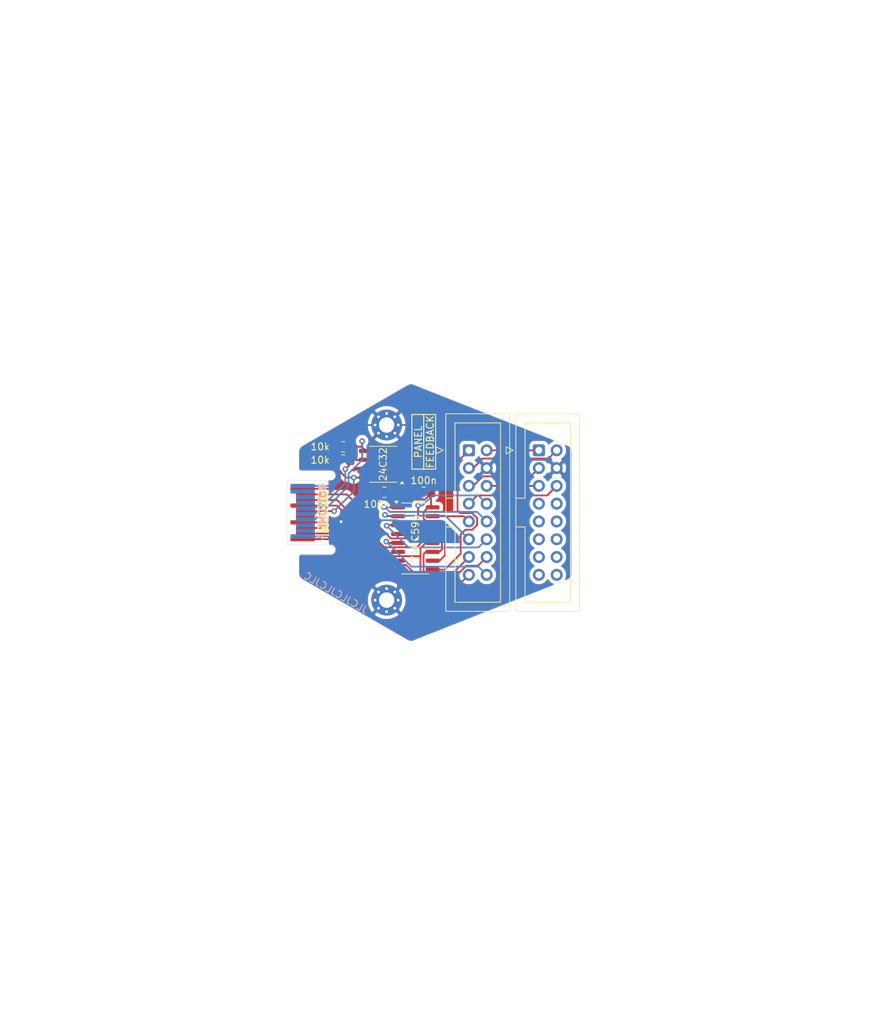
<source format=kicad_pcb>
(kicad_pcb (version 20240108) (generator "pcbnew") (generator_version "8.0")
  (layers (0 "F.Cu" signal) (31 "B.Cu" signal) (34 "B.Paste" user) (35 "F.Paste" user) (36 "B.SilkS" user "B.Silkscreen") (37 "F.SilkS" user "F.Silkscreen") (38 "B.Mask" user) (39 "F.Mask" user) (44 "Edge.Cuts" user))
  (net 0 "")
  (net 1 "GND")
  (net 2 "/LS_A")
  (net 3 "/LS_B")
  (net 4 "/SDA")
  (net 5 "/SCL")
  (net 6 "/LS_C")
  (net 7 "/LS_D")
  (net 8 "/LS_E")
  (net 9 "/LAT")
  (net 10 "/CLK")
  (net 11 "/3V3")
  (net 12 "/DAT")
  (net 13 "/OE")
  (net 14 "/B")
  (net 15 "/R1")
  (net 16 "/B1")
  (net 17 "/A")
  (net 18 "/G1")
  (net 19 "/D")
  (net 20 "/C")
  (net 21 "/G2")
  (net 22 "/E")
  (net 23 "/R2")
  (net 24 "/B2")
  (net 25 "/E'")
  (net 31 "/R3")
  (footprint "Resistor_SMD:R_0805_2012Metric_Pad1.20x1.40mm_HandSolder" (layer "F.Cu") (at 106.3 90.6)
    (property "Reference" "R1" (hide yes))
    (property "Value" "10k" (at -3.3 0 0) (layer "F.SilkS"))
    (fp_line (start -0.227064 -0.735) (end 0.227064 -0.735) (stroke (width 0.12)) (layer "F.SilkS"))
    (fp_line (start -0.227064 0.735) (end 0.227064 0.735) (stroke (width 0.12)) (layer "F.SilkS"))
    (pad "1" smd roundrect (at -1 0) (size 1.2 1.4) (layers "F.Cu" "F.Paste" "F.Mask") (roundrect_rratio 0.208333) (net 11 "/3V3"))
    (pad "2" smd roundrect (at 1 0) (size 1.2 1.4) (layers "F.Cu" "F.Paste" "F.Mask") (roundrect_rratio 0.208333) (net 4 "/SDA"))
  )
  (footprint "tildagon:hexpansion-edge-connector" (layer "F.Cu") (at 98.25 100)
    (property "Reference" "J1" (hide yes))
    (property "Value" "Hexpansion-Connector" (hide yes))
    (fp_line (start 0 4.4) (end 0 -4.4) (stroke (width 0.05)) (layer "Edge.Cuts"))
    (fp_line (start 6.25 -6) (end 2 -6) (stroke (width 0.05)) (layer "Edge.Cuts"))
    (fp_line (start 6.25 -4.6) (end 0.2 -4.6) (stroke (width 0.05)) (layer "Edge.Cuts"))
    (fp_line (start 6.25 4.6) (end 0.2 4.6) (stroke (width 0.05)) (layer "Edge.Cuts"))
    (fp_line (start 6.25 6) (end 2 6) (stroke (width 0.05)) (layer "Edge.Cuts"))
    (fp_arc (start 0 -4.4) (mid 0.058579 -4.541421) (end 0.2 -4.6) (stroke (width 0.05)) (layer "Edge.Cuts"))
    (fp_arc (start 0.2 4.6) (mid 0.058579 4.541421) (end 0 4.4) (stroke (width 0.05)) (layer "Edge.Cuts"))
    (fp_arc (start 6.25 -6) (mid 6.744975 -5.794975) (end 6.95 -5.3) (stroke (width 0.05)) (layer "Edge.Cuts"))
    (fp_arc (start 6.25 4.6) (mid 6.744975 4.805025) (end 6.95 5.3) (stroke (width 0.05)) (layer "Edge.Cuts"))
    (fp_arc (start 6.95 -5.3) (mid 6.744975 -4.805025) (end 6.25 -4.6) (stroke (width 0.05)) (layer "Edge.Cuts"))
    (fp_arc (start 6.95 5.3) (mid 6.744975 5.794975) (end 6.25 6) (stroke (width 0.05)) (layer "Edge.Cuts"))
    (fp_text user "BOTTOM!" (at 5.7 -4.3 90) (layer "B.SilkS") (effects (font (thickness 0.25) (bold yes)) (justify left bottom mirror)))
    (fp_text user "1" (at 5.2 3.05 90) (layer "B.SilkS") (effects (font (size 0.8 0.8) (thickness 0.2) (bold yes)) (justify left bottom mirror)))
    (fp_text user "^ TOP ^" (at 5.8 2.85 90) (layer "F.SilkS" knockout) (effects (font (thickness 0.25) (bold yes)) (justify left bottom)))
    (pad "1" smd roundrect (at 2.25 3.4) (size 3.5 0.6) (layers "B.Cu" "B.Mask") (net 1 "GND"))
    (pad "2" smd roundrect (at 2.65 2.6) (size 2.7 0.6) (layers "B.Cu" "B.Mask") (net 2 "/LS_A"))
    (pad "3" smd roundrect (at 2.65 1.8) (size 2.7 0.6) (layers "B.Cu" "B.Mask") (net 3 "/LS_B"))
    (pad "4" smd roundrect (at 2.65 1) (size 2.7 0.6) (layers "B.Cu" "B.Mask") (net 4 "/SDA"))
    (pad "5" smd roundrect (at 2.65 0.2) (size 2.7 0.6) (layers "B.Cu" "B.Mask") (net 5 "/SCL"))
    (pad "6" smd roundrect (at 2.65 -0.6) (size 2.7 0.6) (layers "B.Cu" "B.Mask") (net 1 "GND"))
    (pad "7" smd roundrect (at 2.65 -1.4) (size 2.7 0.6) (layers "B.Cu" "B.Mask") (net 6 "/LS_C"))
    (pad "8" smd roundrect (at 2.65 -2.2) (size 2.7 0.6) (layers "B.Cu" "B.Mask") (net 7 "/LS_D"))
    (pad "9" smd roundrect (at 2.25 -3) (size 3.5 0.6) (layers "B.Cu" "B.Mask") (net 8 "/LS_E"))
    (pad "10" smd roundrect (at 2.25 -3.8) (size 3.5 0.6) (layers "B.Cu" "B.Mask") (net 1 "GND"))
    (pad "11" smd roundrect (at 2.25 -3.4 180) (size 3.5 0.6) (layers "F.Cu" "F.Mask") (net 1 "GND"))
    (pad "12" smd roundrect (at 2.65 -2.6 180) (size 2.7 0.6) (layers "F.Cu" "F.Mask") (net 12 "/DAT"))
    (pad "13" smd roundrect (at 2.65 -1.8 180) (size 2.7 0.6) (layers "F.Cu" "F.Mask") (net 10 "/CLK"))
    (pad "14" smd roundrect (at 2.25 -1 180) (size 3.5 0.6) (layers "F.Cu" "F.Mask") (net 1 "GND"))
    (pad "15" smd roundrect (at 2.65 -0.2 180) (size 2.7 0.6) (layers "F.Cu" "F.Mask") (net 11 "/3V3"))
    (pad "16" smd roundrect (at 2.65 0.6 180) (size 2.7 0.6) (layers "F.Cu" "F.Mask") (net 11 "/3V3"))
    (pad "17" smd roundrect (at 2.25 1.4 180) (size 3.5 0.6) (layers "F.Cu" "F.Mask") (net 1 "GND"))
    (pad "18" smd roundrect (at 2.65 2.2 180) (size 2.7 0.6) (layers "F.Cu" "F.Mask") (net 9 "/LAT"))
    (pad "19" smd roundrect (at 2.65 3 180) (size 2.7 0.6) (layers "F.Cu" "F.Mask") (net 13 "/OE"))
    (pad "20" smd roundrect (at 2.25 3.8 180) (size 3.5 0.6) (layers "F.Cu" "F.Mask") (net 1 "GND"))
  )
  (footprint "Resistor_SMD:R_0805_2012Metric_Pad1.20x1.40mm_HandSolder" (layer "F.Cu") (at 106.3 92.5)
    (property "Reference" "R2" (hide yes))
    (property "Value" "10k" (at -3.3 0 0) (layer "F.SilkS"))
    (fp_line (start -0.227064 -0.735) (end 0.227064 -0.735) (stroke (width 0.12)) (layer "F.SilkS"))
    (fp_line (start -0.227064 0.735) (end 0.227064 0.735) (stroke (width 0.12)) (layer "F.SilkS"))
    (pad "1" smd roundrect (at -1 0) (size 1.2 1.4) (layers "F.Cu" "F.Paste" "F.Mask") (roundrect_rratio 0.208333) (net 11 "/3V3"))
    (pad "2" smd roundrect (at 1 0) (size 1.2 1.4) (layers "F.Cu" "F.Paste" "F.Mask") (roundrect_rratio 0.208333) (net 5 "/SCL"))
  )
  (footprint "MountingHole:MountingHole_2.2mm_M2_Pad_Via" (layer "F.Cu") (at 112.5 87.5)
    (property "Reference" "H2" (hide yes))
    (property "Value" "MountingHole_Pad" (hide yes))
    (pad "1" thru_hole circle (at -1.65 0) (size 0.7 0.7) (drill 0.4) (layers "*.Cu" "*.Mask") (net 1 "GND"))
    (pad "1" thru_hole circle (at -1.166726 -1.166726) (size 0.7 0.7) (drill 0.4) (layers "*.Cu" "*.Mask") (net 1 "GND"))
    (pad "1" thru_hole circle (at -1.166726 1.166726) (size 0.7 0.7) (drill 0.4) (layers "*.Cu" "*.Mask") (net 1 "GND"))
    (pad "1" thru_hole circle (at 0 -1.65) (size 0.7 0.7) (drill 0.4) (layers "*.Cu" "*.Mask") (net 1 "GND"))
    (pad "1" thru_hole circle (at 0 0) (size 4.4 4.4) (drill 2.2) (layers "*.Cu" "*.Mask") (net 1 "GND"))
    (pad "1" thru_hole circle (at 0 1.65) (size 0.7 0.7) (drill 0.4) (layers "*.Cu" "*.Mask") (net 1 "GND"))
    (pad "1" thru_hole circle (at 1.166726 -1.166726) (size 0.7 0.7) (drill 0.4) (layers "*.Cu" "*.Mask") (net 1 "GND"))
    (pad "1" thru_hole circle (at 1.166726 1.166726) (size 0.7 0.7) (drill 0.4) (layers "*.Cu" "*.Mask") (net 1 "GND"))
    (pad "1" thru_hole circle (at 1.65 0) (size 0.7 0.7) (drill 0.4) (layers "*.Cu" "*.Mask") (net 1 "GND"))
  )
  (footprint "Connector_IDC:IDC-Header_2x08_P2.54mm_Vertical" (layer "F.Cu") (at 134.2475 91.11)
    (property "Reference" "J3" (hide yes))
    (property "Value" "HUB75" (hide yes))
    (fp_line (start -4.68 -0.5) (end -4.68 0.5) (stroke (width 0.12)) (layer "F.SilkS"))
    (fp_line (start -4.68 0.5) (end -3.68 0) (stroke (width 0.12)) (layer "F.SilkS"))
    (fp_line (start -3.68 0) (end -4.68 -0.5) (stroke (width 0.12)) (layer "F.SilkS"))
    (fp_line (start -3.29 -5.21) (end 5.83 -5.21) (stroke (width 0.12)) (layer "F.SilkS"))
    (fp_line (start -3.29 6.84) (end -1.98 6.84) (stroke (width 0.12)) (layer "F.SilkS"))
    (fp_line (start -3.29 22.99) (end -3.29 -5.21) (stroke (width 0.12)) (layer "F.SilkS"))
    (fp_line (start -1.98 -3.91) (end 4.52 -3.91) (stroke (width 0.12)) (layer "F.SilkS"))
    (fp_line (start -1.98 6.84) (end -1.98 -3.91) (stroke (width 0.12)) (layer "F.SilkS"))
    (fp_line (start -1.98 10.94) (end -3.29 10.94) (stroke (width 0.12)) (layer "F.SilkS"))
    (fp_line (start -1.98 10.94) (end -1.98 10.94) (stroke (width 0.12)) (layer "F.SilkS"))
    (fp_line (start -1.98 21.69) (end -1.98 10.94) (stroke (width 0.12)) (layer "F.SilkS"))
    (fp_line (start 4.52 -3.91) (end 4.52 21.69) (stroke (width 0.12)) (layer "F.SilkS"))
    (fp_line (start 4.52 21.69) (end -1.98 21.69) (stroke (width 0.12)) (layer "F.SilkS"))
    (fp_line (start 5.83 -5.21) (end 5.83 22.99) (stroke (width 0.12)) (layer "F.SilkS"))
    (fp_line (start 5.83 22.99) (end -3.29 22.99) (stroke (width 0.12)) (layer "F.SilkS"))
    (pad "1" thru_hole roundrect (at 0 0) (size 1.7 1.7) (drill 1) (layers "*.Cu" "*.Mask") (roundrect_rratio 0.147059) (net 18 "/G1"))
    (pad "2" thru_hole circle (at 2.54 0) (size 1.7 1.7) (drill 1) (layers "*.Cu" "*.Mask") (net 16 "/B1"))
    (pad "3" thru_hole circle (at 0 2.54) (size 1.7 1.7) (drill 1) (layers "*.Cu" "*.Mask") (net 23 "/R2"))
    (pad "4" thru_hole circle (at 2.54 2.54) (size 1.7 1.7) (drill 1) (layers "*.Cu" "*.Mask") (net 1 "GND"))
    (pad "5" thru_hole circle (at 0 5.08) (size 1.7 1.7) (drill 1) (layers "*.Cu" "*.Mask") (net 21 "/G2"))
    (pad "6" thru_hole circle (at 2.54 5.08) (size 1.7 1.7) (drill 1) (layers "*.Cu" "*.Mask") (net 24 "/B2"))
    (pad "7" thru_hole circle (at 0 7.62) (size 1.7 1.7) (drill 1) (layers "*.Cu" "*.Mask") (net 31 "/R3"))
    (pad "8" thru_hole circle (at 2.54 7.62) (size 1.7 1.7) (drill 1) (layers "*.Cu" "*.Mask"))
    (pad "9" thru_hole circle (at 0 10.16) (size 1.7 1.7) (drill 1) (layers "*.Cu" "*.Mask"))
    (pad "10" thru_hole circle (at 2.54 10.16) (size 1.7 1.7) (drill 1) (layers "*.Cu" "*.Mask"))
    (pad "11" thru_hole circle (at 0 12.7) (size 1.7 1.7) (drill 1) (layers "*.Cu" "*.Mask"))
    (pad "12" thru_hole circle (at 2.54 12.7) (size 1.7 1.7) (drill 1) (layers "*.Cu" "*.Mask"))
    (pad "13" thru_hole circle (at 0 15.24) (size 1.7 1.7) (drill 1) (layers "*.Cu" "*.Mask"))
    (pad "14" thru_hole circle (at 2.54 15.24) (size 1.7 1.7) (drill 1) (layers "*.Cu" "*.Mask"))
    (pad "15" thru_hole circle (at 0 17.78) (size 1.7 1.7) (drill 1) (layers "*.Cu" "*.Mask"))
    (pad "16" thru_hole circle (at 2.54 17.78) (size 1.7 1.7) (drill 1) (layers "*.Cu" "*.Mask"))
  )
  (footprint "Capacitor_SMD:C_0805_2012Metric_Pad1.18x1.45mm_HandSolder" (layer "F.Cu") (at 112.2 97.1)
    (property "Reference" "C1" (hide yes))
    (property "Value" "100n" (at -1.1 1.7 0) (layer "F.SilkS"))
    (fp_line (start -0.261252 -0.735) (end 0.261252 -0.735) (stroke (width 0.12)) (layer "F.SilkS"))
    (fp_line (start -0.261252 0.735) (end 0.261252 0.735) (stroke (width 0.12)) (layer "F.SilkS"))
    (pad "1" smd roundrect (at -1.0375 0) (size 1.175 1.45) (layers "F.Cu" "F.Paste" "F.Mask") (roundrect_rratio 0.212766) (net 11 "/3V3"))
    (pad "2" smd roundrect (at 1.0375 0) (size 1.175 1.45) (layers "F.Cu" "F.Paste" "F.Mask") (roundrect_rratio 0.212766) (net 1 "GND"))
  )
  (footprint "Package_SO:SOIC-16_3.9x9.9mm_P1.27mm" (layer "F.Cu") (at 116.6 103.7)
    (property "Reference" "U2" (hide yes))
    (property "Value" "74HC595" (at 0 0 90) (layer "F.SilkS"))
    (fp_line (start 0 -5.06) (end -1.95 -5.06) (stroke (width 0.12)) (layer "F.SilkS"))
    (fp_line (start 0 -5.06) (end 1.95 -5.06) (stroke (width 0.12)) (layer "F.SilkS"))
    (fp_line (start 0 5.06) (end -1.95 5.06) (stroke (width 0.12)) (layer "F.SilkS"))
    (fp_line (start 0 5.06) (end 1.95 5.06) (stroke (width 0.12)) (layer "F.SilkS"))
    (fp_poly (pts (xy -2.7 -5.005) (xy -2.94 -5.335) (xy -2.46 -5.335) (xy -2.7 -5.005)) (stroke (width 0.12)) (fill solid) (layer "F.SilkS"))
    (pad "1" smd roundrect (at -2.475 -4.445) (size 1.95 0.6) (layers "F.Cu" "F.Paste" "F.Mask") (net 14 "/B"))
    (pad "2" smd roundrect (at -2.475 -3.175) (size 1.95 0.6) (layers "F.Cu" "F.Paste" "F.Mask") (net 20 "/C"))
    (pad "3" smd roundrect (at -2.475 -1.905) (size 1.95 0.6) (layers "F.Cu" "F.Paste" "F.Mask") (net 19 "/D"))
    (pad "4" smd roundrect (at -2.475 -0.635) (size 1.95 0.6) (layers "F.Cu" "F.Paste" "F.Mask") (net 22 "/E"))
    (pad "5" smd roundrect (at -2.475 0.635) (size 1.95 0.6) (layers "F.Cu" "F.Paste" "F.Mask") (net 25 "/E'"))
    (pad "6" smd roundrect (at -2.475 1.905) (size 1.95 0.6) (layers "F.Cu" "F.Paste" "F.Mask"))
    (pad "7" smd roundrect (at -2.475 3.175) (size 1.95 0.6) (layers "F.Cu" "F.Paste" "F.Mask"))
    (pad "8" smd roundrect (at -2.475 4.445) (size 1.95 0.6) (layers "F.Cu" "F.Paste" "F.Mask") (net 1 "GND"))
    (pad "9" smd roundrect (at 2.475 4.445) (size 1.95 0.6) (layers "F.Cu" "F.Paste" "F.Mask") (net 15 "/R1"))
    (pad "10" smd roundrect (at 2.475 3.175) (size 1.95 0.6) (layers "F.Cu" "F.Paste" "F.Mask") (net 11 "/3V3"))
    (pad "11" smd roundrect (at 2.475 1.905) (size 1.95 0.6) (layers "F.Cu" "F.Paste" "F.Mask") (net 10 "/CLK"))
    (pad "12" smd roundrect (at 2.475 0.635) (size 1.95 0.6) (layers "F.Cu" "F.Paste" "F.Mask") (net 9 "/LAT"))
    (pad "13" smd roundrect (at 2.475 -0.635) (size 1.95 0.6) (layers "F.Cu" "F.Paste" "F.Mask") (net 1 "GND"))
    (pad "14" smd roundrect (at 2.475 -1.905) (size 1.95 0.6) (layers "F.Cu" "F.Paste" "F.Mask") (net 12 "/DAT"))
    (pad "15" smd roundrect (at 2.475 -3.175) (size 1.95 0.6) (layers "F.Cu" "F.Paste" "F.Mask") (net 17 "/A"))
    (pad "16" smd roundrect (at 2.475 -4.445) (size 1.95 0.6) (layers "F.Cu" "F.Paste" "F.Mask") (net 11 "/3V3"))
  )
  (footprint "Package_SO:SOIC-8_3.9x4.9mm_P1.27mm" (layer "F.Cu") (at 112 93.1 180)
    (property "Reference" "U1" (hide yes))
    (property "Value" "24C32" (at 0 0 -90) (layer "F.SilkS"))
    (fp_line (start 0 2.56) (end 1.95 2.56) (stroke (width 0.12)) (layer "F.SilkS"))
    (fp_line (start 0 2.56) (end -1.95 2.56) (stroke (width 0.12)) (layer "F.SilkS"))
    (fp_line (start 0 -2.56) (end 1.95 -2.56) (stroke (width 0.12)) (layer "F.SilkS"))
    (fp_line (start 0 -2.56) (end -1.95 -2.56) (stroke (width 0.12)) (layer "F.SilkS"))
    (fp_poly (pts (xy -2.7 -2.465) (xy -2.94 -2.795) (xy -2.46 -2.795) (xy -2.7 -2.465)) (stroke (width 0.12)) (fill solid) (layer "F.SilkS"))
    (pad "1" smd roundrect (at -2.475 -1.905 180) (size 1.95 0.6) (layers "F.Cu" "F.Paste" "F.Mask") (net 1 "GND"))
    (pad "2" smd roundrect (at -2.475 -0.635 180) (size 1.95 0.6) (layers "F.Cu" "F.Paste" "F.Mask") (net 1 "GND"))
    (pad "3" smd roundrect (at -2.475 0.635 180) (size 1.95 0.6) (layers "F.Cu" "F.Paste" "F.Mask") (net 1 "GND"))
    (pad "4" smd roundrect (at -2.475 1.905 180) (size 1.95 0.6) (layers "F.Cu" "F.Paste" "F.Mask") (net 1 "GND"))
    (pad "5" smd roundrect (at 2.475 1.905 180) (size 1.95 0.6) (layers "F.Cu" "F.Paste" "F.Mask") (net 4 "/SDA"))
    (pad "6" smd roundrect (at 2.475 0.635 180) (size 1.95 0.6) (layers "F.Cu" "F.Paste" "F.Mask") (net 5 "/SCL"))
    (pad "7" smd roundrect (at 2.475 -0.635 180) (size 1.95 0.6) (layers "F.Cu" "F.Paste" "F.Mask") (net 1 "GND"))
    (pad "8" smd roundrect (at 2.475 -1.905 180) (size 1.95 0.6) (layers "F.Cu" "F.Paste" "F.Mask") (net 11 "/3V3"))
  )
  (footprint "Capacitor_SMD:C_0805_2012Metric_Pad1.18x1.45mm_HandSolder" (layer "F.Cu") (at 117.8 97.1 180)
    (property "Reference" "C2" (hide yes))
    (property "Value" "100n" (at 0 1.68 180) (layer "F.SilkS"))
    (fp_line (start -0.261252 0.735) (end 0.261252 0.735) (stroke (width 0.12)) (layer "F.SilkS"))
    (fp_line (start -0.261252 -0.735) (end 0.261252 -0.735) (stroke (width 0.12)) (layer "F.SilkS"))
    (pad "1" smd roundrect (at -1.0375 0 180) (size 1.175 1.45) (layers "F.Cu" "F.Paste" "F.Mask") (roundrect_rratio 0.212766) (net 11 "/3V3"))
    (pad "2" smd roundrect (at 1.0375 0 180) (size 1.175 1.45) (layers "F.Cu" "F.Paste" "F.Mask") (roundrect_rratio 0.212766) (net 1 "GND"))
  )
  (footprint "Connector_IDC:IDC-Header_2x08_P2.54mm_Vertical" (layer "F.Cu") (at 124.2475 91.11)
    (property "Reference" "J2" (hide yes))
    (property "Value" "HUB75" (hide yes))
    (fp_line (start -4.68 -0.5) (end -4.68 0.5) (stroke (width 0.12)) (layer "F.SilkS"))
    (fp_line (start -4.68 0.5) (end -3.68 0) (stroke (width 0.12)) (layer "F.SilkS"))
    (fp_line (start -3.68 0) (end -4.68 -0.5) (stroke (width 0.12)) (layer "F.SilkS"))
    (fp_line (start -3.29 -5.21) (end 5.83 -5.21) (stroke (width 0.12)) (layer "F.SilkS"))
    (fp_line (start -3.29 6.84) (end -1.98 6.84) (stroke (width 0.12)) (layer "F.SilkS"))
    (fp_line (start -3.29 22.99) (end -3.29 -5.21) (stroke (width 0.12)) (layer "F.SilkS"))
    (fp_line (start -1.98 -3.91) (end 4.52 -3.91) (stroke (width 0.12)) (layer "F.SilkS"))
    (fp_line (start -1.98 6.84) (end -1.98 -3.91) (stroke (width 0.12)) (layer "F.SilkS"))
    (fp_line (start -1.98 10.94) (end -3.29 10.94) (stroke (width 0.12)) (layer "F.SilkS"))
    (fp_line (start -1.98 10.94) (end -1.98 10.94) (stroke (width 0.12)) (layer "F.SilkS"))
    (fp_line (start -1.98 21.69) (end -1.98 10.94) (stroke (width 0.12)) (layer "F.SilkS"))
    (fp_line (start 4.52 -3.91) (end 4.52 21.69) (stroke (width 0.12)) (layer "F.SilkS"))
    (fp_line (start 4.52 21.69) (end -1.98 21.69) (stroke (width 0.12)) (layer "F.SilkS"))
    (fp_line (start 5.83 -5.21) (end 5.83 22.99) (stroke (width 0.12)) (layer "F.SilkS"))
    (fp_line (start 5.83 22.99) (end -3.29 22.99) (stroke (width 0.12)) (layer "F.SilkS"))
    (pad "1" thru_hole roundrect (at 0 0) (size 1.7 1.7) (drill 1) (layers "*.Cu" "*.Mask") (roundrect_rratio 0.147059) (net 15 "/R1"))
    (pad "2" thru_hole circle (at 2.54 0) (size 1.7 1.7) (drill 1) (layers "*.Cu" "*.Mask") (net 18 "/G1"))
    (pad "3" thru_hole circle (at 0 2.54) (size 1.7 1.7) (drill 1) (layers "*.Cu" "*.Mask") (net 16 "/B1"))
    (pad "4" thru_hole circle (at 2.54 2.54) (size 1.7 1.7) (drill 1) (layers "*.Cu" "*.Mask") (net 1 "GND"))
    (pad "5" thru_hole circle (at 0 5.08) (size 1.7 1.7) (drill 1) (layers "*.Cu" "*.Mask") (net 23 "/R2"))
    (pad "6" thru_hole circle (at 2.54 5.08) (size 1.7 1.7) (drill 1) (layers "*.Cu" "*.Mask") (net 21 "/G2"))
    (pad "7" thru_hole circle (at 0 7.62) (size 1.7 1.7) (drill 1) (layers "*.Cu" "*.Mask") (net 24 "/B2"))
    (pad "8" thru_hole circle (at 2.54 7.62) (size 1.7 1.7) (drill 1) (layers "*.Cu" "*.Mask") (net 22 "/E"))
    (pad "9" thru_hole circle (at 0 10.16) (size 1.7 1.7) (drill 1) (layers "*.Cu" "*.Mask") (net 17 "/A"))
    (pad "10" thru_hole circle (at 2.54 10.16) (size 1.7 1.7) (drill 1) (layers "*.Cu" "*.Mask") (net 14 "/B"))
    (pad "11" thru_hole circle (at 0 12.7) (size 1.7 1.7) (drill 1) (layers "*.Cu" "*.Mask") (net 20 "/C"))
    (pad "12" thru_hole circle (at 2.54 12.7) (size 1.7 1.7) (drill 1) (layers "*.Cu" "*.Mask") (net 19 "/D"))
    (pad "13" thru_hole circle (at 0 15.24) (size 1.7 1.7) (drill 1) (layers "*.Cu" "*.Mask") (net 10 "/CLK"))
    (pad "14" thru_hole circle (at 2.54 15.24) (size 1.7 1.7) (drill 1) (layers "*.Cu" "*.Mask") (net 9 "/LAT"))
    (pad "15" thru_hole circle (at 0 17.78) (size 1.7 1.7) (drill 1) (layers "*.Cu" "*.Mask") (net 13 "/OE"))
    (pad "16" thru_hole circle (at 2.54 17.78) (size 1.7 1.7) (drill 1) (layers "*.Cu" "*.Mask") (net 25 "/E'"))
  )
  (footprint "MountingHole:MountingHole_2.2mm_M2_Pad_Via" (layer "F.Cu") (at 112.5 112.5)
    (property "Reference" "H1" (hide yes))
    (property "Value" "MountingHole_Pad" (hide yes))
    (pad "1" thru_hole circle (at -1.65 0) (size 0.7 0.7) (drill 0.4) (layers "*.Cu" "*.Mask") (net 1 "GND"))
    (pad "1" thru_hole circle (at -1.166726 -1.166726) (size 0.7 0.7) (drill 0.4) (layers "*.Cu" "*.Mask") (net 1 "GND"))
    (pad "1" thru_hole circle (at -1.166726 1.166726) (size 0.7 0.7) (drill 0.4) (layers "*.Cu" "*.Mask") (net 1 "GND"))
    (pad "1" thru_hole circle (at 0 -1.65) (size 0.7 0.7) (drill 0.4) (layers "*.Cu" "*.Mask") (net 1 "GND"))
    (pad "1" thru_hole circle (at 0 0) (size 4.4 4.4) (drill 2.2) (layers "*.Cu" "*.Mask") (net 1 "GND"))
    (pad "1" thru_hole circle (at 0 1.65) (size 0.7 0.7) (drill 0.4) (layers "*.Cu" "*.Mask") (net 1 "GND"))
    (pad "1" thru_hole circle (at 1.166726 -1.166726) (size 0.7 0.7) (drill 0.4) (layers "*.Cu" "*.Mask") (net 1 "GND"))
    (pad "1" thru_hole circle (at 1.166726 1.166726) (size 0.7 0.7) (drill 0.4) (layers "*.Cu" "*.Mask") (net 1 "GND"))
    (pad "1" thru_hole circle (at 1.65 0) (size 0.7 0.7) (drill 0.4) (layers "*.Cu" "*.Mask") (net 1 "GND"))
  )
  (gr_rect (start 117.8 86) (end 119.5 93.8) (stroke (width 0.15)) (fill none) (layer "F.SilkS"))
  (gr_rect (start 116.1 86) (end 117.8 93.8) (stroke (width 0.15)) (fill none) (layer "F.SilkS"))
  (gr_line (start 100.5 90.473725) (end 115.499995 81.813472) (stroke (width 0.05)) (layer "Edge.Cuts"))
  (gr_arc (start 138.4 90.473725) (mid 138.76601 90.839753) (end 138.9 91.33975) (stroke (width 0.05)) (layer "Edge.Cuts"))
  (gr_arc (start 100.25 94) (mid 100.073223 93.926777) (end 100 93.75) (stroke (width 0.1)) (layer "Edge.Cuts"))
  (gr_arc (start 115.499995 81.813472) (mid 115.999995 81.679497) (end 116.499995 81.813472) (stroke (width 0.05)) (layer "Edge.Cuts"))
  (gr_line (start 100.5 109.526269) (end 115.499995 118.186522) (stroke (width 0.05)) (layer "Edge.Cuts"))
  (gr_line (start 138.9 91.33975) (end 138.9 108.660243) (stroke (width 0.05)) (layer "Edge.Cuts"))
  (gr_line (start 100 93.75) (end 100 91.33975) (stroke (width 0.05)) (layer "Edge.Cuts"))
  (gr_arc (start 100 91.33975) (mid 100.133975 90.83975) (end 100.5 90.473725) (stroke (width 0.05)) (layer "Edge.Cuts"))
  (gr_line (start 100 106.25) (end 100 108.660243) (stroke (width 0.05)) (layer "Edge.Cuts"))
  (gr_line (start 116.499995 81.813472) (end 138.4 90.473725) (stroke (width 0.05)) (layer "Edge.Cuts"))
  (gr_arc (start 100 106.25) (mid 100.073223 106.073223) (end 100.25 106) (stroke (width 0.1)) (layer "Edge.Cuts"))
  (gr_arc (start 100.5 109.526269) (mid 100.133975 109.160243) (end 100 108.660243) (stroke (width 0.05)) (layer "Edge.Cuts"))
  (gr_arc (start 138.9 108.660243) (mid 138.766008 109.160227) (end 138.4 109.526269) (stroke (width 0.05)) (layer "Edge.Cuts"))
  (gr_arc (start 116.499995 118.186522) (mid 115.999995 118.320497) (end 115.499995 118.186522) (stroke (width 0.05)) (layer "Edge.Cuts"))
  (gr_line (start 116.499995 118.186522) (end 138.4 109.526269) (stroke (width 0.05)) (layer "Edge.Cuts"))
  (gr_text "JLCJLCJLCJLC" (at 109.5 114.6 330) (layer "B.SilkS") (effects (font (size 1 1)) (justify left bottom mirror)))
  (gr_text "FEEDBACK" (at 119.3 89.9 90) (layer "F.SilkS") (effects (font (size 1 1)) (justify bottom)))
  (gr_text "PANEL" (at 117.6 89.9 90) (layer "F.SilkS") (effects (font (size 1 1)) (justify bottom)))
  (segment (start 108.845 108.145) (end 114.125 108.145) (width 0.25) (layer "F.Cu") (net 1))
  (segment (start 100.5 101.4) (end 105.9 101.4) (width 0.25) (layer "F.Cu") (net 1))
  (segment (start 114.475 97.1) (end 114.475 95.005) (width 0.25) (layer "F.Cu") (net 1))
  (segment (start 105.5 94.332412) (end 105.5 95.6) (width 0.25) (layer "F.Cu") (net 1))
  (segment (start 103.4 92.232412) (end 105.5 94.332412) (width 0.25) (layer "F.Cu") (net 1))
  (segment (start 113.2375 97.1) (end 114.475 97.1) (width 0.25) (layer "F.Cu") (net 1))
  (segment (start 105.5 95.6) (end 104.5 96.6) (width 0.25) (layer "F.Cu") (net 1))
  (segment (start 119.075 103.065) (end 117.535 103.065) (width 0.25) (layer "F.Cu") (net 1))
  (segment (start 114.475 93.735) (end 109.525 93.735) (width 0.25) (layer "F.Cu") (net 1))
  (segment (start 103.4 90.673223) (end 103.4 92.232412) (width 0.25) (layer "F.Cu") (net 1))
  (segment (start 106 99.6) (end 106 101.3) (width 0.25) (layer "F.Cu") (net 1))
  (segment (start 116.7625 97.1) (end 116.7625 96.5749) (width 0.25) (layer "F.Cu") (net 1))
  (segment (start 105.4 99) (end 106 99.6) (width 0.25) (layer "F.Cu") (net 1))
  (segment (start 100.5 99) (end 105.4 99) (width 0.25) (layer "F.Cu") (net 1))
  (segment (start 100.5 103.8) (end 104.5 103.8) (width 0.25) (layer "F.Cu") (net 1))
  (segment (start 114.475 95.005) (end 116.505 95.005) (width 0.25) (layer "F.Cu") (net 1))
  (segment (start 114.475 91.195) (end 114.475 89.475) (width 0.25) (layer "F.Cu") (net 1))
  (segment (start 106.573223 87.5) (end 103.4 90.673223) (width 0.25) (layer "F.Cu") (net 1))
  (segment (start 116.505 95.005) (end 116.7625 95.2625) (width 0.25) (layer "F.Cu") (net 1))
  (segment (start 104.5 96.6) (end 100.5 96.6) (width 0.25) (layer "F.Cu") (net 1))
  (segment (start 114.475 89.475) (end 112.5 87.5) (width 0.25) (layer "F.Cu") (net 1))
  (segment (start 104.5 103.8) (end 108.845 108.145) (width 0.25) (layer "F.Cu") (net 1))
  (segment (start 114.475 95.005) (end 114.475 91.195) (width 0.25) (layer "F.Cu") (net 1))
  (segment (start 117.535 103.065) (end 116.8 103.8) (width 0.25) (layer "F.Cu") (net 1))
  (segment (start 112.5 87.5) (end 106.573223 87.5) (width 0.25) (layer "F.Cu") (net 1))
  (segment (start 116.7625 95.2625) (end 116.7625 97.1) (width 0.25) (layer "F.Cu") (net 1))
  (segment (start 114.125 110.875) (end 114.125 108.145) (width 0.25) (layer "F.Cu") (net 1))
  (segment (start 105.9 101.4) (end 106 101.3) (width 0.25) (layer "F.Cu") (net 1))
  (segment (start 112.5 112.5) (end 114.125 110.875) (width 0.25) (layer "F.Cu") (net 1))
  (via (at 106 101.3) (size 0.8) (drill 0.4) (layers "F.Cu" "B.Cu") (net 1))
  (via (at 116.8 103.8) (size 0.8) (drill 0.4) (layers "F.Cu" "B.Cu") (net 1))
  (segment (start 129.2 92.475) (end 135.6125 92.475) (width 0.25) (layer "B.Cu") (net 1))
  (segment (start 126.7875 93.65) (end 127.9625 92.475) (width 0.25) (layer "B.Cu") (net 1))
  (segment (start 104.9 96.749999) (end 104.9 96.2) (width 0.25) (layer "B.Cu") (net 1))
  (segment (start 135.6125 92.475) (end 136.7875 93.65) (width 0.25) (layer "B.Cu") (net 1))
  (segment (start 112.5 87.5) (end 128.4 87.5) (width 0.25) (layer "B.Cu") (net 1))
  (segment (start 104.9 96.2) (end 105.7 95.4) (width 0.25) (layer "B.Cu") (net 1))
  (segment (start 114.1 101.1) (end 110.1 101.1) (width 0.25) (layer "B.Cu") (net 1))
  (segment (start 109.388731 87.5) (end 112.5 87.5) (width 0.25) (layer "B.Cu") (net 1))
  (segment (start 110.1 101.3) (end 110.1 107.7) (width 0.25) (layer "B.Cu") (net 1))
  (segment (start 100.9 99.4) (end 102.249999 99.4) (width 0.25) (layer "B.Cu") (net 1))
  (segment (start 129.2 88.3) (end 129.2 92.475) (width 0.25) (layer "B.Cu") (net 1))
  (segment (start 110.1 107.7) (end 110.1 110.1) (width 0.25) (layer "B.Cu") (net 1))
  (segment (start 110.1 110.1) (end 112.5 112.5) (width 0.25) (layer "B.Cu") (net 1))
  (segment (start 108.4 107.7) (end 110.1 107.7) (width 0.25) (layer "B.Cu") (net 1))
  (segment (start 104.1 103.4) (end 108.4 107.7) (width 0.25) (layer "B.Cu") (net 1))
  (segment (start 105.7 91.188731) (end 109.388731 87.5) (width 0.25) (layer "B.Cu") (net 1))
  (segment (start 105.7 95.4) (end 105.7 91.188731) (width 0.25) (layer "B.Cu") (net 1))
  (segment (start 106 101.3) (end 110.1 101.3) (width 0.25) (layer "B.Cu") (net 1))
  (segment (start 100.5 96.2) (end 104.9 96.2) (width 0.25) (layer "B.Cu") (net 1))
  (segment (start 110.1 89.9) (end 110.1 101.1) (width 0.25) (layer "B.Cu") (net 1))
  (segment (start 100.5 103.4) (end 104.1 103.4) (width 0.25) (layer "B.Cu") (net 1))
  (segment (start 110.1 101.1) (end 110.1 101.3) (width 0.25) (layer "B.Cu") (net 1))
  (segment (start 128.4 87.5) (end 129.2 88.3) (width 0.25) (layer "B.Cu") (net 1))
  (segment (start 127.9625 92.475) (end 129.2 92.475) (width 0.25) (layer "B.Cu") (net 1))
  (segment (start 116.8 103.8) (end 114.1 101.1) (width 0.25) (layer "B.Cu") (net 1))
  (segment (start 112.5 87.5) (end 110.1 89.9) (width 0.25) (layer "B.Cu") (net 1))
  (segment (start 102.249999 99.4) (end 104.9 96.749999) (width 0.25) (layer "B.Cu") (net 1))
  (segment (start 107.3 90.6) (end 109.000004 90.6) (width 0.25) (layer "F.Cu") (net 4))
  (segment (start 108.93 90.6) (end 109.525 91.195) (width 0.25) (layer "F.Cu") (net 4))
  (segment (start 107.3 90.6) (end 108.93 90.6) (width 0.25) (layer "F.Cu") (net 4))
  (segment (start 109.000004 90.6) (end 109.000004 89.8) (width 0.25) (layer "F.Cu") (net 4))
  (via (at 109.000004 89.8) (size 0.8) (drill 0.4) (layers "F.Cu" "B.Cu") (net 4))
  (segment (start 109.000004 92.496012) (end 109.000004 89.8) (width 0.25) (layer "B.Cu") (net 4))
  (segment (start 107.05 94.446016) (end 109.000004 92.496012) (width 0.25) (layer "B.Cu") (net 4))
  (segment (start 107.05 96.199999) (end 107.05 94.446016) (width 0.25) (layer "B.Cu") (net 4))
  (segment (start 100.9 101) (end 102.249999 101) (width 0.25) (layer "B.Cu") (net 4))
  (segment (start 102.249999 101) (end 107.05 96.199999) (width 0.25) (layer "B.Cu") (net 4))
  (segment (start 107.3 93.1) (end 106.6 93.8) (width 0.25) (layer "F.Cu") (net 5))
  (segment (start 107.3 92.5) (end 109.49 92.5) (width 0.25) (layer "F.Cu") (net 5))
  (segment (start 107.3 92.5) (end 107.3 93.1) (width 0.25) (layer "F.Cu") (net 5))
  (segment (start 109.49 92.5) (end 109.525 92.465) (width 0.25) (layer "F.Cu") (net 5))
  (via (at 106.6 93.8) (size 0.8) (drill 0.4) (layers "F.Cu" "B.Cu") (net 5))
  (segment (start 106.6 93.8) (end 106.6 95.8) (width 0.25) (layer "B.Cu") (net 5))
  (segment (start 102.2 100.2) (end 100.9 100.2) (width 0.25) (layer "B.Cu") (net 5))
  (segment (start 106.6 95.8) (end 102.2 100.2) (width 0.25) (layer "B.Cu") (net 5))
  (segment (start 100.9 102.2) (end 108.780664 102.2) (width 0.25) (layer "F.Cu") (net 9))
  (segment (start 125.5375 107.6) (end 126.7875 106.35) (width 0.25) (layer "F.Cu") (net 9))
  (segment (start 117.862696 109.22) (end 122.255799 109.22) (width 0.25) (layer "F.Cu") (net 9))
  (segment (start 108.780664 102.2) (end 112.810664 106.23) (width 0.25) (layer "F.Cu") (net 9))
  (segment (start 119.075 104.335) (end 118.100001 104.335) (width 0.25) (layer "F.Cu") (net 9))
  (segment (start 117.325 106) (end 117.325 108.682304) (width 0.25) (layer "F.Cu") (net 9))
  (segment (start 117.325 106.23) (end 117.325 106) (width 0.25) (layer "F.Cu") (net 9))
  (segment (start 118.100001 104.335) (end 117.325 105.110001) (width 0.25) (layer "F.Cu") (net 9))
  (segment (start 112.810664 106.23) (end 117.325 106.23) (width 0.25) (layer "F.Cu") (net 9))
  (segment (start 123.875799 107.6) (end 125.5375 107.6) (width 0.25) (layer "F.Cu") (net 9))
  (segment (start 117.325 108.682304) (end 117.862696 109.22) (width 0.25) (layer "F.Cu") (net 9))
  (segment (start 117.325 105.110001) (end 117.325 106) (width 0.25) (layer "F.Cu") (net 9))
  (segment (start 122.255799 109.22) (end 123.875799 107.6) (width 0.25) (layer "F.Cu") (net 9))
  (segment (start 117.775 108.495908) (end 118.049092 108.77) (width 0.25) (layer "F.Cu") (net 10))
  (segment (start 120.090908 103.7) (end 120.4 104.009092) (width 0.25) (layer "F.Cu") (net 10))
  (segment (start 118.059092 103.7) (end 120.090908 103.7) (width 0.25) (layer "F.Cu") (net 10))
  (segment (start 118.100001 105.605) (end 117.775 105.930001) (width 0.25) (layer "F.Cu") (net 10))
  (segment (start 112.17706 104.96) (end 116.799092 104.96) (width 0.25) (layer "F.Cu") (net 10))
  (segment (start 120.049999 105.605) (end 119.075 105.605) (width 0.25) (layer "F.Cu") (net 10))
  (segment (start 120.4 105.254999) (end 120.049999 105.605) (width 0.25) (layer "F.Cu") (net 10))
  (segment (start 105.41706 98.2) (end 112.17706 104.96) (width 0.25) (layer "F.Cu") (net 10))
  (segment (start 118.049092 108.77) (end 121.8275 108.77) (width 0.25) (layer "F.Cu") (net 10))
  (segment (start 100.9 98.2) (end 105.41706 98.2) (width 0.25) (layer "F.Cu") (net 10))
  (segment (start 120.4 104.009092) (end 120.4 105.254999) (width 0.25) (layer "F.Cu") (net 10))
  (segment (start 121.8275 108.77) (end 124.2475 106.35) (width 0.25) (layer "F.Cu") (net 10))
  (segment (start 119.075 105.605) (end 118.100001 105.605) (width 0.25) (layer "F.Cu") (net 10))
  (segment (start 117.775 105.930001) (end 117.775 108.495908) (width 0.25) (layer "F.Cu") (net 10))
  (segment (start 116.799092 104.96) (end 118.059092 103.7) (width 0.25) (layer "F.Cu") (net 10))
  (segment (start 105.3 92.5) (end 105.3 93.496016) (width 0.25) (layer "F.Cu") (net 11))
  (segment (start 120.100908 101.17) (end 120.85 101.919092) (width 0.25) (layer "F.Cu") (net 11))
  (segment (start 118.8375 97.2625) (end 118.8375 97.1) (width 0.25) (layer "F.Cu") (net 11))
  (segment (start 100.9 99.8) (end 103.1 99.8) (width 0.25) (layer "F.Cu") (net 11))
  (segment (start 112.2125 98.15) (end 117.95 98.15) (width 0.25) (layer "F.Cu") (net 11))
  (segment (start 118.8375 97.1) (end 118.8375 99.0175) (width 0.25) (layer "F.Cu") (net 11))
  (segment (start 111.1625 96.6425) (end 111.1625 97.1) (width 0.25) (layer "F.Cu") (net 11))
  (segment (start 120.85 101.919092) (end 120.85 106.074999) (width 0.25) (layer "F.Cu") (net 11))
  (segment (start 118.8375 99.0175) (end 119.075 99.255) (width 0.25) (layer "F.Cu") (net 11))
  (segment (start 100.9 99.8) (end 100.9 100.6) (width 0.25) (layer "F.Cu") (net 11))
  (segment (start 105.95 94.146016) (end 105.95 94.246016) (width 0.25) (layer "F.Cu") (net 11))
  (segment (start 117.95 98.15) (end 118.8375 97.2625) (width 0.25) (layer "F.Cu") (net 11))
  (segment (start 106.708984 95.005) (end 107.805 95.005) (width 0.25) (layer "F.Cu") (net 11))
  (segment (start 107.895 95.005) (end 109.525 95.005) (width 0.25) (layer "F.Cu") (net 11))
  (segment (start 107.805 95.005) (end 109.525 95.005) (width 0.25) (layer "F.Cu") (net 11))
  (segment (start 118.445 99.255) (end 117.775 99.925) (width 0.25) (layer "F.Cu") (net 11))
  (segment (start 120.85 106.074999) (end 120.049999 106.875) (width 0.25) (layer "F.Cu") (net 11))
  (segment (start 120.049999 106.875) (end 119.075 106.875) (width 0.25) (layer "F.Cu") (net 11))
  (segment (start 105.95 94.246016) (end 106.708984 95.005) (width 0.25) (layer "F.Cu") (net 11))
  (segment (start 117.775 99.925) (end 117.775 100.875908) (width 0.25) (layer "F.Cu") (net 11))
  (segment (start 117.775 100.875908) (end 118.069092 101.17) (width 0.25) (layer "F.Cu") (net 11))
  (segment (start 118.069092 101.17) (end 120.100908 101.17) (width 0.25) (layer "F.Cu") (net 11))
  (segment (start 105.3 93.496016) (end 105.95 94.146016) (width 0.25) (layer "F.Cu") (net 11))
  (segment (start 103.1 99.8) (end 105 99.8) (width 0.25) (layer "F.Cu") (net 11))
  (segment (start 105.3 92.5) (end 105.3 90.6) (width 0.25) (layer "F.Cu") (net 11))
  (segment (start 111.1625 97.1) (end 112.2125 98.15) (width 0.25) (layer "F.Cu") (net 11))
  (segment (start 109.525 95.005) (end 111.1625 96.6425) (width 0.25) (layer "F.Cu") (net 11))
  (segment (start 119.075 99.255) (end 118.445 99.255) (width 0.25) (layer "F.Cu") (net 11))
  (via (at 105 99.8) (size 0.8) (drill 0.4) (layers "F.Cu" "B.Cu") (net 11))
  (via (at 107.805 95.005) (size 0.8) (drill 0.4) (layers "F.Cu" "B.Cu") (net 11))
  (segment (start 105 99.8) (end 107.805 96.995) (width 0.25) (layer "B.Cu") (net 11))
  (segment (start 107.805 96.995) (end 107.805 95.005) (width 0.25) (layer "B.Cu") (net 11))
  (segment (start 106.809092 97.4) (end 113.099092 103.69) (width 0.25) (layer "F.Cu") (net 12))
  (segment (start 117.708984 101.795) (end 119.075 101.795) (width 0.25) (layer "F.Cu") (net 12))
  (segment (start 100.9 97.4) (end 106.809092 97.4) (width 0.25) (layer "F.Cu") (net 12))
  (segment (start 115.813984 103.69) (end 117.708984 101.795) (width 0.25) (layer "F.Cu") (net 12))
  (segment (start 113.099092 103.69) (end 115.813984 103.69) (width 0.25) (layer "F.Cu") (net 12))
  (segment (start 117.7 109.9) (end 123.2375 109.9) (width 0.25) (layer "F.Cu") (net 13))
  (segment (start 111.664546 107.5) (end 115.3 107.5) (width 0.25) (layer "F.Cu") (net 13))
  (segment (start 115.3 107.5) (end 117.7 109.9) (width 0.25) (layer "F.Cu") (net 13))
  (segment (start 107.164546 103) (end 111.664546 107.5) (width 0.25) (layer "F.Cu") (net 13))
  (segment (start 123.2375 109.9) (end 124.2475 108.89) (width 0.25) (layer "F.Cu") (net 13))
  (segment (start 100.9 103) (end 107.164546 103) (width 0.25) (layer "F.Cu") (net 13))
  (segment (start 112.155 99.255) (end 112.1 99.2) (width 0.25) (layer "F.Cu") (net 14))
  (segment (start 114.125 99.255) (end 112.155 99.255) (width 0.25) (layer "F.Cu") (net 14))
  (via (at 112.1 99.2) (size 0.8) (drill 0.4) (layers "F.Cu" "B.Cu") (net 14))
  (segment (start 112.241123 99.2) (end 112.946123 99.905) (width 0.25) (layer "B.Cu") (net 14))
  (segment (start 112.1 99.2) (end 112.241123 99.2) (width 0.25) (layer "B.Cu") (net 14))
  (segment (start 112.946123 99.905) (end 125.4225 99.905) (width 0.25) (layer "B.Cu") (net 14))
  (segment (start 125.4225 99.905) (end 126.7875 101.27) (width 0.25) (layer "B.Cu") (net 14))
  (segment (start 119.075 108.145) (end 120.790799 108.145) (width 0.25) (layer "F.Cu") (net 15))
  (segment (start 125.4225 101.756701) (end 125.4225 100.783299) (width 0.25) (layer "F.Cu") (net 15))
  (segment (start 123.760799 102.445) (end 124.734201 102.445) (width 0.25) (layer "F.Cu") (net 15))
  (segment (start 123.0725 103.133299) (end 123.760799 102.445) (width 0.25) (layer "F.Cu") (net 15))
  (segment (start 120.790799 108.145) (end 123.0725 105.863299) (width 0.25) (layer "F.Cu") (net 15))
  (segment (start 123 100.075) (end 122.6225 99.6975) (width 0.25) (layer "F.Cu") (net 15))
  (segment (start 123.0725 105.863299) (end 123.0725 103.133299) (width 0.25) (layer "F.Cu") (net 15))
  (segment (start 122.6225 99.6975) (end 122.6225 92.735) (width 0.25) (layer "F.Cu") (net 15))
  (segment (start 122.6225 92.735) (end 124.2475 91.11) (width 0.25) (layer "F.Cu") (net 15))
  (segment (start 125.4225 100.783299) (end 124.714201 100.075) (width 0.25) (layer "F.Cu") (net 15))
  (segment (start 124.714201 100.075) (end 123 100.075) (width 0.25) (layer "F.Cu") (net 15))
  (segment (start 124.734201 102.445) (end 125.4225 101.756701) (width 0.25) (layer "F.Cu") (net 15))
  (segment (start 126.251396 92.285) (end 135.6125 92.285) (width 0.25) (layer "F.Cu") (net 16))
  (segment (start 124.886396 93.65) (end 126.251396 92.285) (width 0.25) (layer "F.Cu") (net 16))
  (segment (start 135.6125 92.285) (end 136.7875 91.11) (width 0.25) (layer "F.Cu") (net 16))
  (segment (start 124.2475 93.65) (end 124.886396 93.65) (width 0.25) (layer "F.Cu") (net 16))
  (segment (start 119.075 100.525) (end 123.5025 100.525) (width 0.25) (layer "F.Cu") (net 17))
  (segment (start 123.5025 100.525) (end 124.2475 101.27) (width 0.25) (layer "F.Cu") (net 17))
  (segment (start 126.7875 91.11) (end 134.2475 91.11) (width 0.25) (layer "F.Cu") (net 18))
  (segment (start 112.58 101.795) (end 112.5 101.875) (width 0.25) (layer "F.Cu") (net 19))
  (segment (start 114.125 101.795) (end 112.58 101.795) (width 0.25) (layer "F.Cu") (net 19))
  (via (at 112.5 101.875) (size 0.8) (drill 0.4) (layers "F.Cu" "B.Cu") (net 19))
  (segment (start 126.7875 103.81) (end 125.6125 104.985) (width 0.25) (layer "B.Cu") (net 19))
  (segment (start 115.61 104.985) (end 112.5 101.875) (width 0.25) (layer "B.Cu") (net 19))
  (segment (start 125.6125 104.985) (end 115.61 104.985) (width 0.25) (layer "B.Cu") (net 19))
  (segment (start 114.125 100.525) (end 112.470107 100.525) (width 0.25) (layer "F.Cu") (net 20))
  (segment (start 112.470107 100.525) (end 112.270107 100.325) (width 0.25) (layer "F.Cu") (net 20))
  (via (at 112.270107 100.325) (size 0.8) (drill 0.4) (layers "F.Cu" "B.Cu") (net 20))
  (segment (start 124.2475 103.81) (end 120.892661 100.455161) (width 0.25) (layer "B.Cu") (net 20))
  (segment (start 112.400268 100.455161) (end 112.270107 100.325) (width 0.25) (layer "B.Cu") (net 20))
  (segment (start 120.892661 100.455161) (end 112.400268 100.455161) (width 0.25) (layer "B.Cu") (net 20))
  (segment (start 126.7875 96.19) (end 134.2475 96.19) (width 0.25) (layer "F.Cu") (net 21))
  (segment (start 115.099999 103.065) (end 117 101.164999) (width 0.25) (layer "F.Cu") (net 22))
  (segment (start 114.125 103.065) (end 115.099999 103.065) (width 0.25) (layer "F.Cu") (net 22))
  (segment (start 117 101.164999) (end 117 99) (width 0.25) (layer "F.Cu") (net 22))
  (via (at 117 99) (size 0.8) (drill 0.4) (layers "F.Cu" "B.Cu") (net 22))
  (segment (start 117 99) (end 117.6 99) (width 0.25) (layer "B.Cu") (net 22))
  (segment (start 119.045 97.555) (end 125.6125 97.555) (width 0.25) (layer "B.Cu") (net 22))
  (segment (start 125.6125 97.555) (end 126.7875 98.73) (width 0.25) (layer "B.Cu") (net 22))
  (segment (start 117.6 99) (end 119.045 97.555) (width 0.25) (layer "B.Cu") (net 22))
  (segment (start 124.883896 96.19) (end 124.2475 96.19) (width 0.25) (layer "F.Cu") (net 23))
  (segment (start 126.248896 94.825) (end 124.883896 96.19) (width 0.25) (layer "F.Cu") (net 23))
  (segment (start 134.2475 93.65) (end 133.0725 94.825) (width 0.25) (layer "F.Cu") (net 23))
  (segment (start 133.0725 94.825) (end 126.248896 94.825) (width 0.25) (layer "F.Cu") (net 23))
  (segment (start 135.4225 97.555) (end 136.7875 96.19) (width 0.25) (layer "F.Cu") (net 24))
  (segment (start 125.4225 97.555) (end 135.4225 97.555) (width 0.25) (layer "F.Cu") (net 24))
  (segment (start 124.2475 98.73) (end 125.4225 97.555) (width 0.25) (layer "F.Cu") (net 24))
  (segment (start 114.125 104.335) (end 112.648076 104.335) (width 0.25) (layer "F.Cu") (net 25))
  (segment (start 112.648076 104.335) (end 112.456538 104.143462) (width 0.25) (layer "F.Cu") (net 25))
  (via (at 112.456538 104.143462) (size 0.8) (drill 0.4) (layers "F.Cu" "B.Cu") (net 25))
  (segment (start 126.7875 108.89) (end 125.6125 107.715) (width 0.25) (layer "B.Cu") (net 25))
  (segment (start 125.6125 107.715) (end 116.028076 107.715) (width 0.25) (layer "B.Cu") (net 25))
  (segment (start 116.028076 107.715) (end 112.456538 104.143462) (width 0.25) (layer "B.Cu") (net 25))
  (zone (net 1) (net_name "GND") (layers "F&B.Cu") (connect_pads (clearance 0.5)) (min_thickness 0.25) (fill yes (thermal_gap 0.5) (thermal_bridge_width 0.5))
    (polygon (pts (xy 57.275 160.275) (xy 59.675 28.2) (xy 137.95 26.825) (xy 175.875 98.55) (xy 150.725 173.025) (xy 109.325 169.925)))
  )
  (zone (net 0) (net_name "") (layers "F&B.Cu") (connect_pads (clearance 0)) (min_thickness 0.25)
    (keepout (tracks allowed) (vias allowed) (pads allowed) (copperpour not_allowed) (footprints allowed))
    (fill (thermal_gap 0.5) (thermal_bridge_width 0.5))
    (polygon (pts (xy 98.25 95.01) (xy 104.2 95.01) (xy 104.27 105.08) (xy 98.25 105.1)))
  )
)
</source>
